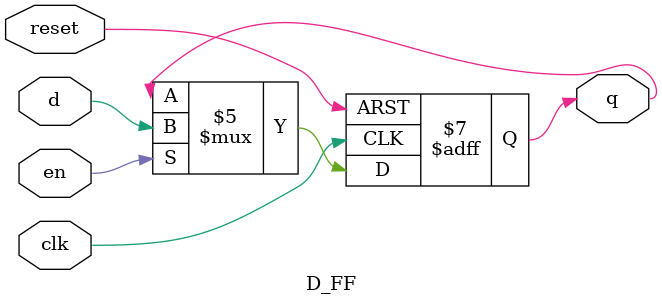
<source format=v>

module D_FF(
	input wire clk, reset, en, //en: enable
	input wire d, 
	output reg q
);

always @(posedge clk, posedge reset) // check for postive edge of clock and reset
begin
	if (reset ==  1) 
		q = 0;
	else if (en == 1) 
		q = d;
	else
		q = q; // no change
end

endmodule
</source>
